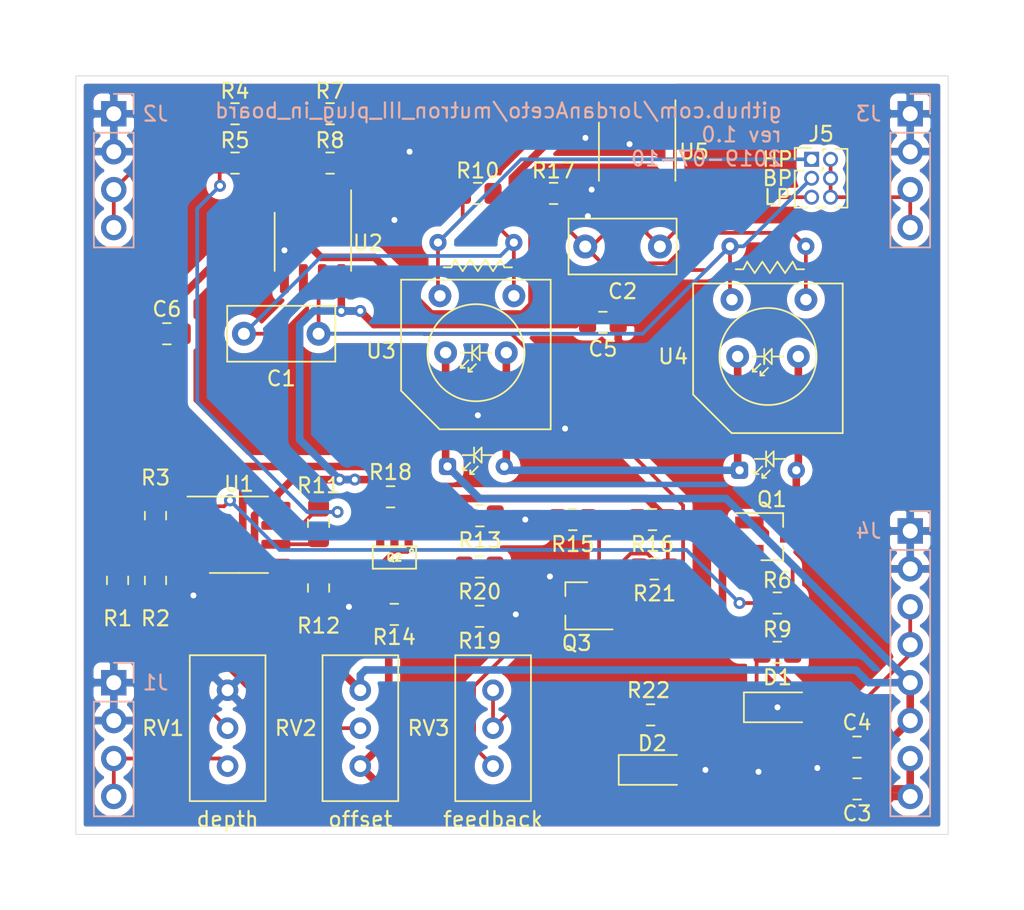
<source format=kicad_pcb>
(kicad_pcb (version 20171130) (host pcbnew 5.1.2-f72e74a~84~ubuntu18.04.1)
  (layers (0 F.Cu signal) (31 B.Cu signal) (34 B.Paste user) (35 F.Paste user) (36 B.SilkS user) (37 F.SilkS user) (38 B.Mask user) (39 F.Mask user) (44 Edge.Cuts user))
  (net 0 "")
  (net 1 "Net-(C1-Pad2)")
  (net 2 /band_pass)
  (net 3 "Net-(C2-Pad2)")
  (net 4 /low_pass)
  (net 5 GND)
  (net 6 +12V)
  (net 7 -12V)
  (net 8 "Net-(D1-Pad2)")
  (net 9 "Net-(D1-Pad1)")
  (net 10 "Net-(D2-Pad1)")
  (net 11 "Net-(J1-Pad3)")
  (net 12 "Net-(J2-Pad3)")
  (net 13 "Net-(J3-Pad3)")
  (net 14 "Net-(J4-Pad3)")
  (net 15 /high_pass)
  (net 16 /I_LED)
  (net 17 "Net-(Q2-Pad6)")
  (net 18 "Net-(Q2-Pad5)")
  (net 19 "Net-(Q2-Pad1)")
  (net 20 "Net-(Q2-Pad3)")
  (net 21 "Net-(Q2-Pad2)")
  (net 22 "Net-(Q3-Pad2)")
  (net 23 "Net-(Q3-Pad1)")
  (net 24 "Net-(R1-Pad2)")
  (net 25 "Net-(R1-Pad1)")
  (net 26 "Net-(R2-Pad2)")
  (net 27 "Net-(R3-Pad1)")
  (net 28 "Net-(R4-Pad1)")
  (net 29 "Net-(R11-Pad1)")
  (net 30 "Net-(R7-Pad2)")
  (net 31 "Net-(U3-Pad2)")
  (net 32 "Net-(U5-Pad1)")
  (module Potentiometer_THT:Potentiometer_Bourns_3296W_Vertical (layer F.Cu) (at 129.54 91.948 90)
    (fp_text reference RV3 (at -2.54 -4.318 180) (layer F.SilkS))
    (fp_text value 100k)
    (pad 3 thru_hole circle (at -5.08 0 90) (size 1.44 1.44) (drill 0.8) (layers *.Cu *.Mask) (net 23 "Net-(Q3-Pad1)"))
    (pad 2 thru_hole circle (at -2.54 0 90) (size 1.44 1.44) (drill 0.8) (layers *.Cu *.Mask) (net 10 "Net-(D2-Pad1)"))
    (pad 1 thru_hole circle (at 0 0 90) (size 1.44 1.44) (drill 0.8) (layers *.Cu *.Mask) (net 10 "Net-(D2-Pad1)"))
  )
  (module Potentiometer_THT:Potentiometer_Bourns_3296W_Vertical (layer F.Cu) (at 120.65 91.948 90)
    (fp_text reference RV2 (at -2.54 -4.318 180) (layer F.SilkS))
    (fp_text value 100k)
    (pad 3 thru_hole circle (at -5.08 0 90) (size 1.44 1.44) (drill 0.8) (layers *.Cu *.Mask) (net 6 +12V))
    (pad 2 thru_hole circle (at -2.54 0 90) (size 1.44 1.44) (drill 0.8) (layers *.Cu *.Mask) (net 26 "Net-(R2-Pad2)"))
    (pad 1 thru_hole circle (at 0 0 90) (size 1.44 1.44) (drill 0.8) (layers *.Cu *.Mask) (net 7 -12V))
  )
  (module Potentiometer_THT:Potentiometer_Bourns_3296W_Vertical (layer F.Cu) (at 111.76 91.948 90)
    (fp_text reference RV1 (at -2.54 -4.318 180) (layer F.SilkS))
    (fp_text value 10k)
    (pad 3 thru_hole circle (at -5.08 0 90) (size 1.44 1.44) (drill 0.8) (layers *.Cu *.Mask) (net 11 "Net-(J1-Pad3)"))
    (pad 2 thru_hole circle (at -2.54 0 90) (size 1.44 1.44) (drill 0.8) (layers *.Cu *.Mask) (net 24 "Net-(R1-Pad2)"))
    (pad 1 thru_hole circle (at 0 0 90) (size 1.44 1.44) (drill 0.8) (layers *.Cu *.Mask) (net 5 GND))
  )
  (module mutron_III_plug_in_board:vactrol_dual_footprint (layer F.Cu) (at 146.05 77.216 90)
    (fp_text reference U4 (at 7.62 -4.445 180) (layer F.SilkS))
    (fp_text value vactrol)
    (pad 4 thru_hole circle (at 11.43 4.445 90) (size 1.524 1.524) (drill 0.762) (layers *.Cu *.Mask) (net 3 "Net-(C2-Pad2)"))
    (pad 3 thru_hole circle (at 11.43 -0.508 90) (size 1.524 1.524) (drill 0.762) (layers *.Cu *.Mask) (net 2 /band_pass))
    (pad 2 thru_hole circle (at 7.62 3.937 90) (size 1.524 1.524) (drill 0.762) (layers *.Cu *.Mask) (net 16 /I_LED))
    (pad 1 thru_hole circle (at 7.62 -0.127 90) (size 1.524 1.524) (drill 0.762) (layers *.Cu *.Mask) (net 31 "Net-(U3-Pad2)"))
    (pad 2 thru_hole circle (at 0 3.8 90) (size 1.15 1.15) (drill 0.55) (layers *.Cu *.Mask) (net 16 /I_LED))
    (pad 4 thru_hole circle (at 15 4.44 90) (size 1.15 1.15) (drill 0.55) (layers *.Cu *.Mask) (net 3 "Net-(C2-Pad2)"))
    (pad 3 thru_hole circle (at 15 -0.64 90) (size 1.15 1.15) (drill 0.55) (layers *.Cu *.Mask) (net 2 /band_pass))
    (pad 1 thru_hole roundrect (at 0 0 90) (size 1.15 1.15) (drill 0.55) (layers *.Cu *.Mask) (net 31 "Net-(U3-Pad2)"))
  )
  (module mutron_III_plug_in_board:vactrol_dual_footprint (layer F.Cu) (at 126.492 76.962 90)
    (fp_text reference U3 (at 7.747 -4.445 180) (layer F.SilkS))
    (fp_text value vactrol)
    (pad 4 thru_hole circle (at 11.43 4.445 90) (size 1.524 1.524) (drill 0.762) (layers *.Cu *.Mask) (net 1 "Net-(C1-Pad2)"))
    (pad 3 thru_hole circle (at 11.43 -0.508 90) (size 1.524 1.524) (drill 0.762) (layers *.Cu *.Mask) (net 15 /high_pass))
    (pad 2 thru_hole circle (at 7.62 3.937 90) (size 1.524 1.524) (drill 0.762) (layers *.Cu *.Mask) (net 31 "Net-(U3-Pad2)"))
    (pad 1 thru_hole circle (at 7.62 -0.127 90) (size 1.524 1.524) (drill 0.762) (layers *.Cu *.Mask) (net 7 -12V))
    (pad 2 thru_hole circle (at 0 3.8 90) (size 1.15 1.15) (drill 0.55) (layers *.Cu *.Mask) (net 31 "Net-(U3-Pad2)"))
    (pad 4 thru_hole circle (at 15 4.44 90) (size 1.15 1.15) (drill 0.55) (layers *.Cu *.Mask) (net 1 "Net-(C1-Pad2)"))
    (pad 3 thru_hole circle (at 15 -0.64 90) (size 1.15 1.15) (drill 0.55) (layers *.Cu *.Mask) (net 15 /high_pass))
    (pad 1 thru_hole roundrect (at 0 0 90) (size 1.15 1.15) (drill 0.55) (layers *.Cu *.Mask) (net 7 -12V))
  )
  (module Package_TO_SOT_SMD:SOT-23_Handsoldering (layer F.Cu) (at 135.144 86.294 180)
    (fp_text reference Q3 (at 0 -2.5) (layer F.SilkS))
    (fp_text value BC847)
    (pad 3 smd rect (at 1.5 0 180) (size 1.9 0.8) (layers F.Cu F.Paste F.Mask) (net 5 GND))
    (pad 2 smd rect (at -1.5 0.95 180) (size 1.9 0.8) (layers F.Cu F.Paste F.Mask) (net 22 "Net-(Q3-Pad2)"))
    (pad 1 smd rect (at -1.5 -0.95 180) (size 1.9 0.8) (layers F.Cu F.Paste F.Mask) (net 23 "Net-(Q3-Pad1)"))
  )
  (module Package_TO_SOT_SMD:SOT-23_Handsoldering (layer F.Cu) (at 148.209 81.661)
    (fp_text reference Q1 (at 0 -2.5) (layer F.SilkS))
    (fp_text value BC857)
    (pad 3 smd rect (at 1.5 0) (size 1.9 0.8) (layers F.Cu F.Paste F.Mask) (net 16 /I_LED))
    (pad 2 smd rect (at -1.5 0.95) (size 1.9 0.8) (layers F.Cu F.Paste F.Mask) (net 9 "Net-(D1-Pad1)"))
    (pad 1 smd rect (at -1.5 -0.95) (size 1.9 0.8) (layers F.Cu F.Paste F.Mask) (net 8 "Net-(D1-Pad2)"))
  )
  (module Package_SO:SOIC-8_3.9x4.9mm_P1.27mm (layer F.Cu) (at 139.192 55.88 270)
    (fp_text reference U5 (at 0 -3.81 180) (layer F.SilkS))
    (fp_text value RC4558)
    (pad 8 smd roundrect (at 2.475 -1.905 270) (size 1.95 0.6) (layers F.Cu F.Paste F.Mask) (net 6 +12V))
    (pad 7 smd roundrect (at 2.475 -0.635 270) (size 1.95 0.6) (layers F.Cu F.Paste F.Mask) (net 4 /low_pass))
    (pad 6 smd roundrect (at 2.475 0.635 270) (size 1.95 0.6) (layers F.Cu F.Paste F.Mask) (net 3 "Net-(C2-Pad2)"))
    (pad 5 smd roundrect (at 2.475 1.905 270) (size 1.95 0.6) (layers F.Cu F.Paste F.Mask) (net 5 GND))
    (pad 4 smd roundrect (at -2.475 1.905 270) (size 1.95 0.6) (layers F.Cu F.Paste F.Mask) (net 7 -12V))
    (pad 3 smd roundrect (at -2.475 0.635 270) (size 1.95 0.6) (layers F.Cu F.Paste F.Mask) (net 5 GND))
    (pad 2 smd roundrect (at -2.475 -0.635 270) (size 1.95 0.6) (layers F.Cu F.Paste F.Mask) (net 32 "Net-(U5-Pad1)"))
    (pad 1 smd roundrect (at -2.475 -1.905 270) (size 1.95 0.6) (layers F.Cu F.Paste F.Mask) (net 32 "Net-(U5-Pad1)"))
  )
  (module Package_SO:SOIC-8_3.9x4.9mm_P1.27mm (layer F.Cu) (at 117.475 61.911 270)
    (fp_text reference U2 (at 0.065 -3.683 180) (layer F.SilkS))
    (fp_text value RC4558)
    (pad 8 smd roundrect (at 2.475 -1.905 270) (size 1.95 0.6) (layers F.Cu F.Paste F.Mask) (net 6 +12V))
    (pad 7 smd roundrect (at 2.475 -0.635 270) (size 1.95 0.6) (layers F.Cu F.Paste F.Mask) (net 2 /band_pass))
    (pad 6 smd roundrect (at 2.475 0.635 270) (size 1.95 0.6) (layers F.Cu F.Paste F.Mask) (net 1 "Net-(C1-Pad2)"))
    (pad 5 smd roundrect (at 2.475 1.905 270) (size 1.95 0.6) (layers F.Cu F.Paste F.Mask) (net 5 GND))
    (pad 4 smd roundrect (at -2.475 1.905 270) (size 1.95 0.6) (layers F.Cu F.Paste F.Mask) (net 7 -12V))
    (pad 3 smd roundrect (at -2.475 0.635 270) (size 1.95 0.6) (layers F.Cu F.Paste F.Mask) (net 28 "Net-(R4-Pad1)"))
    (pad 2 smd roundrect (at -2.475 -0.635 270) (size 1.95 0.6) (layers F.Cu F.Paste F.Mask) (net 30 "Net-(R7-Pad2)"))
    (pad 1 smd roundrect (at -2.475 -1.905 270) (size 1.95 0.6) (layers F.Cu F.Paste F.Mask) (net 15 /high_pass))
  )
  (module Package_SO:SOIC-8_3.9x4.9mm_P1.27mm (layer F.Cu) (at 112.522 81.534)
    (fp_text reference U1 (at 0 -3.4) (layer F.SilkS))
    (fp_text value TL072)
    (pad 8 smd roundrect (at 2.475 -1.905) (size 1.95 0.6) (layers F.Cu F.Paste F.Mask) (net 6 +12V))
    (pad 7 smd roundrect (at 2.475 -0.635) (size 1.95 0.6) (layers F.Cu F.Paste F.Mask) (net 29 "Net-(R11-Pad1)"))
    (pad 6 smd roundrect (at 2.475 0.635) (size 1.95 0.6) (layers F.Cu F.Paste F.Mask) (net 20 "Net-(Q2-Pad3)"))
    (pad 5 smd roundrect (at 2.475 1.905) (size 1.95 0.6) (layers F.Cu F.Paste F.Mask) (net 17 "Net-(Q2-Pad6)"))
    (pad 4 smd roundrect (at -2.475 1.905) (size 1.95 0.6) (layers F.Cu F.Paste F.Mask) (net 7 -12V))
    (pad 3 smd roundrect (at -2.475 0.635) (size 1.95 0.6) (layers F.Cu F.Paste F.Mask) (net 5 GND))
    (pad 2 smd roundrect (at -2.475 -0.635) (size 1.95 0.6) (layers F.Cu F.Paste F.Mask) (net 25 "Net-(R1-Pad1)"))
    (pad 1 smd roundrect (at -2.475 -1.905) (size 1.95 0.6) (layers F.Cu F.Paste F.Mask) (net 27 "Net-(R3-Pad1)"))
  )
  (module Resistor_SMD:R_0805_2012Metric_Pad1.15x1.40mm_HandSolder (layer F.Cu) (at 140.09 93.599 180)
    (fp_text reference R22 (at 0.136 1.651) (layer F.SilkS))
    (fp_text value 7k5)
    (pad 2 smd roundrect (at 1.025 0 180) (size 1.15 1.4) (layers F.Cu F.Paste F.Mask) (roundrect_rratio 0.217391) (net 10 "Net-(D2-Pad1)"))
    (pad 1 smd roundrect (at -1.025 0 180) (size 1.15 1.4) (layers F.Cu F.Paste F.Mask) (roundrect_rratio 0.217391) (net 14 "Net-(J4-Pad3)"))
  )
  (module Resistor_SMD:R_0805_2012Metric_Pad1.15x1.40mm_HandSolder (layer F.Cu) (at 140.344 83.82)
    (fp_text reference R21 (at 0.009 1.651) (layer F.SilkS))
    (fp_text value 220k)
    (pad 2 smd roundrect (at 1.025 0) (size 1.15 1.4) (layers F.Cu F.Paste F.Mask) (roundrect_rratio 0.217391) (net 7 -12V))
    (pad 1 smd roundrect (at -1.025 0) (size 1.15 1.4) (layers F.Cu F.Paste F.Mask) (roundrect_rratio 0.217391) (net 23 "Net-(Q3-Pad1)"))
  )
  (module Resistor_SMD:R_0805_2012Metric_Pad1.15x1.40mm_HandSolder (layer F.Cu) (at 128.642 83.693)
    (fp_text reference R20 (at 0 1.651) (layer F.SilkS))
    (fp_text value 100k)
    (pad 2 smd roundrect (at 1.025 0) (size 1.15 1.4) (layers F.Cu F.Paste F.Mask) (roundrect_rratio 0.217391) (net 2 /band_pass))
    (pad 1 smd roundrect (at -1.025 0) (size 1.15 1.4) (layers F.Cu F.Paste F.Mask) (roundrect_rratio 0.217391) (net 18 "Net-(Q2-Pad5)"))
  )
  (module Resistor_SMD:R_0805_2012Metric_Pad1.15x1.40mm_HandSolder (layer F.Cu) (at 128.642 86.995 180)
    (fp_text reference R19 (at 0 -1.65) (layer F.SilkS))
    (fp_text value 1k)
    (pad 2 smd roundrect (at 1.025 0 180) (size 1.15 1.4) (layers F.Cu F.Paste F.Mask) (roundrect_rratio 0.217391) (net 18 "Net-(Q2-Pad5)"))
    (pad 1 smd roundrect (at -1.025 0 180) (size 1.15 1.4) (layers F.Cu F.Paste F.Mask) (roundrect_rratio 0.217391) (net 5 GND))
  )
  (module Resistor_SMD:R_0805_2012Metric_Pad1.15x1.40mm_HandSolder (layer F.Cu) (at 122.673 78.994)
    (fp_text reference R18 (at 0 -1.65) (layer F.SilkS))
    (fp_text value 15k)
    (pad 2 smd roundrect (at 1.025 0) (size 1.15 1.4) (layers F.Cu F.Paste F.Mask) (roundrect_rratio 0.217391) (net 6 +12V))
    (pad 1 smd roundrect (at -1.025 0) (size 1.15 1.4) (layers F.Cu F.Paste F.Mask) (roundrect_rratio 0.217391) (net 20 "Net-(Q2-Pad3)"))
  )
  (module Resistor_SMD:R_0805_2012Metric_Pad1.15x1.40mm_HandSolder (layer F.Cu) (at 133.595 58.674 180)
    (fp_text reference R17 (at 0.009 1.524) (layer F.SilkS))
    (fp_text value 680k)
    (pad 2 smd roundrect (at 1.025 0 180) (size 1.15 1.4) (layers F.Cu F.Paste F.Mask) (roundrect_rratio 0.217391) (net 2 /band_pass))
    (pad 1 smd roundrect (at -1.025 0 180) (size 1.15 1.4) (layers F.Cu F.Paste F.Mask) (roundrect_rratio 0.217391) (net 3 "Net-(C2-Pad2)"))
  )
  (module Resistor_SMD:R_0805_2012Metric_Pad1.15x1.40mm_HandSolder (layer F.Cu) (at 140.217 80.518 180)
    (fp_text reference R16 (at 0 -1.65) (layer F.SilkS))
    (fp_text value 15k)
    (pad 2 smd roundrect (at 1.025 0 180) (size 1.15 1.4) (layers F.Cu F.Paste F.Mask) (roundrect_rratio 0.217391) (net 22 "Net-(Q3-Pad2)"))
    (pad 1 smd roundrect (at -1.025 0 180) (size 1.15 1.4) (layers F.Cu F.Paste F.Mask) (roundrect_rratio 0.217391) (net 7 -12V))
  )
  (module Resistor_SMD:R_0805_2012Metric_Pad1.15x1.40mm_HandSolder (layer F.Cu) (at 134.883 80.518 180)
    (fp_text reference R15 (at 0 -1.65) (layer F.SilkS))
    (fp_text value 33k)
    (pad 2 smd roundrect (at 1.025 0 180) (size 1.15 1.4) (layers F.Cu F.Paste F.Mask) (roundrect_rratio 0.217391) (net 19 "Net-(Q2-Pad1)"))
    (pad 1 smd roundrect (at -1.025 0 180) (size 1.15 1.4) (layers F.Cu F.Paste F.Mask) (roundrect_rratio 0.217391) (net 22 "Net-(Q3-Pad2)"))
  )
  (module Resistor_SMD:R_0805_2012Metric_Pad1.15x1.40mm_HandSolder (layer F.Cu) (at 122.927 86.868)
    (fp_text reference R14 (at -0.009 1.524) (layer F.SilkS))
    (fp_text value 15k)
    (pad 2 smd roundrect (at 1.025 0) (size 1.15 1.4) (layers F.Cu F.Paste F.Mask) (roundrect_rratio 0.217391) (net 6 +12V))
    (pad 1 smd roundrect (at -1.025 0) (size 1.15 1.4) (layers F.Cu F.Paste F.Mask) (roundrect_rratio 0.217391) (net 17 "Net-(Q2-Pad6)"))
  )
  (module Resistor_SMD:R_0805_2012Metric_Pad1.15x1.40mm_HandSolder (layer F.Cu) (at 128.66 80.264 180)
    (fp_text reference R13 (at 0 -1.65) (layer F.SilkS))
    (fp_text value 1k)
    (pad 2 smd roundrect (at 1.025 0 180) (size 1.15 1.4) (layers F.Cu F.Paste F.Mask) (roundrect_rratio 0.217391) (net 21 "Net-(Q2-Pad2)"))
    (pad 1 smd roundrect (at -1.025 0 180) (size 1.15 1.4) (layers F.Cu F.Paste F.Mask) (roundrect_rratio 0.217391) (net 5 GND))
  )
  (module Resistor_SMD:R_0805_2012Metric_Pad1.15x1.40mm_HandSolder (layer F.Cu) (at 117.856 85.099 90)
    (fp_text reference R12 (at -2.531 0 180) (layer F.SilkS))
    (fp_text value 100k)
    (pad 2 smd roundrect (at 1.025 0 90) (size 1.15 1.4) (layers F.Cu F.Paste F.Mask) (roundrect_rratio 0.217391) (net 17 "Net-(Q2-Pad6)"))
    (pad 1 smd roundrect (at -1.025 0 90) (size 1.15 1.4) (layers F.Cu F.Paste F.Mask) (roundrect_rratio 0.217391) (net 5 GND))
  )
  (module Resistor_SMD:R_0805_2012Metric_Pad1.15x1.40mm_HandSolder (layer F.Cu) (at 117.856 80.763 270)
    (fp_text reference R11 (at -2.531 0 180) (layer F.SilkS))
    (fp_text value 100k)
    (pad 2 smd roundrect (at 1.025 0 270) (size 1.15 1.4) (layers F.Cu F.Paste F.Mask) (roundrect_rratio 0.217391) (net 20 "Net-(Q2-Pad3)"))
    (pad 1 smd roundrect (at -1.025 0 270) (size 1.15 1.4) (layers F.Cu F.Paste F.Mask) (roundrect_rratio 0.217391) (net 29 "Net-(R11-Pad1)"))
  )
  (module Resistor_SMD:R_0805_2012Metric_Pad1.15x1.40mm_HandSolder (layer F.Cu) (at 128.515 58.674 180)
    (fp_text reference R10 (at 0 1.524) (layer F.SilkS))
    (fp_text value 680k)
    (pad 2 smd roundrect (at 1.025 0 180) (size 1.15 1.4) (layers F.Cu F.Paste F.Mask) (roundrect_rratio 0.217391) (net 15 /high_pass))
    (pad 1 smd roundrect (at -1.025 0 180) (size 1.15 1.4) (layers F.Cu F.Paste F.Mask) (roundrect_rratio 0.217391) (net 1 "Net-(C1-Pad2)"))
  )
  (module Resistor_SMD:R_0805_2012Metric_Pad1.15x1.40mm_HandSolder (layer F.Cu) (at 148.581 89.408 180)
    (fp_text reference R9 (at 0 1.524) (layer F.SilkS))
    (fp_text value 100)
    (pad 2 smd roundrect (at 1.025 0 180) (size 1.15 1.4) (layers F.Cu F.Paste F.Mask) (roundrect_rratio 0.217391) (net 9 "Net-(D1-Pad1)"))
    (pad 1 smd roundrect (at -1.025 0 180) (size 1.15 1.4) (layers F.Cu F.Paste F.Mask) (roundrect_rratio 0.217391) (net 5 GND))
  )
  (module Resistor_SMD:R_0805_2012Metric_Pad1.15x1.40mm_HandSolder (layer F.Cu) (at 118.627 56.642 180)
    (fp_text reference R8 (at 0.009 1.524) (layer F.SilkS))
    (fp_text value 22k)
    (pad 2 smd roundrect (at 1.025 0 180) (size 1.15 1.4) (layers F.Cu F.Paste F.Mask) (roundrect_rratio 0.217391) (net 30 "Net-(R7-Pad2)"))
    (pad 1 smd roundrect (at -1.025 0 180) (size 1.15 1.4) (layers F.Cu F.Paste F.Mask) (roundrect_rratio 0.217391) (net 15 /high_pass))
  )
  (module Resistor_SMD:R_0805_2012Metric_Pad1.15x1.40mm_HandSolder (layer F.Cu) (at 118.627 53.34 180)
    (fp_text reference R7 (at 0.009 1.524) (layer F.SilkS))
    (fp_text value 22k)
    (pad 2 smd roundrect (at 1.025 0 180) (size 1.15 1.4) (layers F.Cu F.Paste F.Mask) (roundrect_rratio 0.217391) (net 30 "Net-(R7-Pad2)"))
    (pad 1 smd roundrect (at -1.025 0 180) (size 1.15 1.4) (layers F.Cu F.Paste F.Mask) (roundrect_rratio 0.217391) (net 4 /low_pass))
  )
  (module Resistor_SMD:R_0805_2012Metric_Pad1.15x1.40mm_HandSolder (layer F.Cu) (at 148.581 86.106 180)
    (fp_text reference R6 (at 0.009 1.524) (layer F.SilkS))
    (fp_text value 10k)
    (pad 2 smd roundrect (at 1.025 0 180) (size 1.15 1.4) (layers F.Cu F.Paste F.Mask) (roundrect_rratio 0.217391) (net 27 "Net-(R3-Pad1)"))
    (pad 1 smd roundrect (at -1.025 0 180) (size 1.15 1.4) (layers F.Cu F.Paste F.Mask) (roundrect_rratio 0.217391) (net 8 "Net-(D1-Pad2)"))
  )
  (module Resistor_SMD:R_0805_2012Metric_Pad1.15x1.40mm_HandSolder (layer F.Cu) (at 112.259 56.642 180)
    (fp_text reference R5 (at 0 1.524) (layer F.SilkS))
    (fp_text value 10k)
    (pad 2 smd roundrect (at 1.025 0 180) (size 1.15 1.4) (layers F.Cu F.Paste F.Mask) (roundrect_rratio 0.217391) (net 29 "Net-(R11-Pad1)"))
    (pad 1 smd roundrect (at -1.025 0 180) (size 1.15 1.4) (layers F.Cu F.Paste F.Mask) (roundrect_rratio 0.217391) (net 28 "Net-(R4-Pad1)"))
  )
  (module Resistor_SMD:R_0805_2012Metric_Pad1.15x1.40mm_HandSolder (layer F.Cu) (at 112.259 53.34 180)
    (fp_text reference R4 (at 0.009 1.524) (layer F.SilkS))
    (fp_text value 10k)
    (pad 2 smd roundrect (at 1.025 0 180) (size 1.15 1.4) (layers F.Cu F.Paste F.Mask) (roundrect_rratio 0.217391) (net 12 "Net-(J2-Pad3)"))
    (pad 1 smd roundrect (at -1.025 0 180) (size 1.15 1.4) (layers F.Cu F.Paste F.Mask) (roundrect_rratio 0.217391) (net 28 "Net-(R4-Pad1)"))
  )
  (module Resistor_SMD:R_0805_2012Metric_Pad1.15x1.40mm_HandSolder (layer F.Cu) (at 106.934 80.255 270)
    (fp_text reference R3 (at -2.54 0 180) (layer F.SilkS))
    (fp_text value 100k)
    (pad 2 smd roundrect (at 1.025 0 270) (size 1.15 1.4) (layers F.Cu F.Paste F.Mask) (roundrect_rratio 0.217391) (net 25 "Net-(R1-Pad1)"))
    (pad 1 smd roundrect (at -1.025 0 270) (size 1.15 1.4) (layers F.Cu F.Paste F.Mask) (roundrect_rratio 0.217391) (net 27 "Net-(R3-Pad1)"))
  )
  (module Resistor_SMD:R_0805_2012Metric_Pad1.15x1.40mm_HandSolder (layer F.Cu) (at 106.934 84.591 270)
    (fp_text reference R2 (at 2.549 0 180) (layer F.SilkS))
    (fp_text value 1M)
    (pad 2 smd roundrect (at 1.025 0 270) (size 1.15 1.4) (layers F.Cu F.Paste F.Mask) (roundrect_rratio 0.217391) (net 26 "Net-(R2-Pad2)"))
    (pad 1 smd roundrect (at -1.025 0 270) (size 1.15 1.4) (layers F.Cu F.Paste F.Mask) (roundrect_rratio 0.217391) (net 25 "Net-(R1-Pad1)"))
  )
  (module Resistor_SMD:R_0805_2012Metric_Pad1.15x1.40mm_HandSolder (layer F.Cu) (at 104.394 84.591 270)
    (fp_text reference R1 (at 2.549 0 180) (layer F.SilkS))
    (fp_text value 68k)
    (pad 2 smd roundrect (at 1.025 0 270) (size 1.15 1.4) (layers F.Cu F.Paste F.Mask) (roundrect_rratio 0.217391) (net 24 "Net-(R1-Pad2)"))
    (pad 1 smd roundrect (at -1.025 0 270) (size 1.15 1.4) (layers F.Cu F.Paste F.Mask) (roundrect_rratio 0.217391) (net 25 "Net-(R1-Pad1)"))
  )
  (module mutron_III_plug_in_board:SOT457 (layer F.Cu) (at 122.936 83.058 180)
    (fp_text reference Q2 (at 0 0) (layer F.SilkS) (effects (font (size 0.508 0.508) (thickness 0.127))))
    (fp_text value BCM847 hide)
    (pad 6 smd rect (at -0.95 -1.45 180) (size 0.55 1.5) (layers F.Cu F.Paste F.Mask) (net 17 "Net-(Q2-Pad6)"))
    (pad 5 smd rect (at 0 -1.45 180) (size 0.55 1.5) (layers F.Cu F.Paste F.Mask) (net 18 "Net-(Q2-Pad5)"))
    (pad 4 smd rect (at 0.95 -1.45 180) (size 0.55 1.5) (layers F.Cu F.Paste F.Mask) (net 19 "Net-(Q2-Pad1)"))
    (pad 3 smd rect (at 0.95 1.45 180) (size 0.55 1.5) (layers F.Cu F.Paste F.Mask) (net 20 "Net-(Q2-Pad3)"))
    (pad 2 smd rect (at 0 1.45 180) (size 0.55 1.5) (layers F.Cu F.Paste F.Mask) (net 21 "Net-(Q2-Pad2)"))
    (pad 1 smd rect (at -0.95 1.45 180) (size 0.55 1.5) (layers F.Cu F.Paste F.Mask) (net 19 "Net-(Q2-Pad1)"))
  )
  (module Connector_PinHeader_1.27mm:PinHeader_2x03_P1.27mm_Vertical (layer F.Cu) (at 150.876 56.388)
    (fp_text reference J5 (at 0.635 -1.695) (layer F.SilkS))
    (fp_text value HP-BP-LP)
    (pad 6 thru_hole oval (at 1.27 2.54) (size 1 1) (drill 0.65) (layers *.Cu *.Mask) (net 13 "Net-(J3-Pad3)"))
    (pad 5 thru_hole oval (at 0 2.54) (size 1 1) (drill 0.65) (layers *.Cu *.Mask) (net 4 /low_pass))
    (pad 4 thru_hole oval (at 1.27 1.27) (size 1 1) (drill 0.65) (layers *.Cu *.Mask) (net 13 "Net-(J3-Pad3)"))
    (pad 3 thru_hole oval (at 0 1.27) (size 1 1) (drill 0.65) (layers *.Cu *.Mask) (net 2 /band_pass))
    (pad 2 thru_hole oval (at 1.27 0) (size 1 1) (drill 0.65) (layers *.Cu *.Mask) (net 13 "Net-(J3-Pad3)"))
    (pad 1 thru_hole rect (at 0 0) (size 1 1) (drill 0.65) (layers *.Cu *.Mask) (net 15 /high_pass))
  )
  (module Connector_PinHeader_2.54mm:PinHeader_1x08_P2.54mm_Vertical (layer B.Cu) (at 157.48 81.28 180)
    (fp_text reference J4 (at 2.794 0) (layer B.SilkS) (effects (justify mirror)))
    (fp_text value Conn_01x08_Male)
    (pad 8 thru_hole oval (at 0 -17.78 180) (size 1.7 1.7) (drill 1) (layers *.Cu *.Mask) (net 6 +12V))
    (pad 7 thru_hole oval (at 0 -15.24 180) (size 1.7 1.7) (drill 1) (layers *.Cu *.Mask) (net 6 +12V))
    (pad 6 thru_hole oval (at 0 -12.7 180) (size 1.7 1.7) (drill 1) (layers *.Cu *.Mask) (net 7 -12V))
    (pad 5 thru_hole oval (at 0 -10.16 180) (size 1.7 1.7) (drill 1) (layers *.Cu *.Mask) (net 7 -12V))
    (pad 4 thru_hole oval (at 0 -7.62 180) (size 1.7 1.7) (drill 1) (layers *.Cu *.Mask) (net 14 "Net-(J4-Pad3)"))
    (pad 3 thru_hole oval (at 0 -5.08 180) (size 1.7 1.7) (drill 1) (layers *.Cu *.Mask) (net 14 "Net-(J4-Pad3)"))
    (pad 2 thru_hole oval (at 0 -2.54 180) (size 1.7 1.7) (drill 1) (layers *.Cu *.Mask) (net 5 GND))
    (pad 1 thru_hole rect (at 0 0 180) (size 1.7 1.7) (drill 1) (layers *.Cu *.Mask) (net 5 GND))
  )
  (module Connector_PinHeader_2.54mm:PinHeader_1x04_P2.54mm_Vertical (layer B.Cu) (at 157.48 53.34 180)
    (fp_text reference J3 (at 2.794 0) (layer B.SilkS) (effects (justify mirror)))
    (fp_text value Conn_01x04_Male)
    (pad 4 thru_hole oval (at 0 -7.62 180) (size 1.7 1.7) (drill 1) (layers *.Cu *.Mask) (net 13 "Net-(J3-Pad3)"))
    (pad 3 thru_hole oval (at 0 -5.08 180) (size 1.7 1.7) (drill 1) (layers *.Cu *.Mask) (net 13 "Net-(J3-Pad3)"))
    (pad 2 thru_hole oval (at 0 -2.54 180) (size 1.7 1.7) (drill 1) (layers *.Cu *.Mask) (net 5 GND))
    (pad 1 thru_hole rect (at 0 0 180) (size 1.7 1.7) (drill 1) (layers *.Cu *.Mask) (net 5 GND))
  )
  (module Connector_PinHeader_2.54mm:PinHeader_1x04_P2.54mm_Vertical (layer B.Cu) (at 104.14 53.34 180)
    (fp_text reference J2 (at -2.794 0) (layer B.SilkS) (effects (justify mirror)))
    (fp_text value Conn_01x04_Male)
    (pad 4 thru_hole oval (at 0 -7.62 180) (size 1.7 1.7) (drill 1) (layers *.Cu *.Mask) (net 12 "Net-(J2-Pad3)"))
    (pad 3 thru_hole oval (at 0 -5.08 180) (size 1.7 1.7) (drill 1) (layers *.Cu *.Mask) (net 12 "Net-(J2-Pad3)"))
    (pad 2 thru_hole oval (at 0 -2.54 180) (size 1.7 1.7) (drill 1) (layers *.Cu *.Mask) (net 5 GND))
    (pad 1 thru_hole rect (at 0 0 180) (size 1.7 1.7) (drill 1) (layers *.Cu *.Mask) (net 5 GND))
  )
  (module Connector_PinHeader_2.54mm:PinHeader_1x04_P2.54mm_Vertical (layer B.Cu) (at 104.14 91.44 180)
    (fp_text reference J1 (at -2.794 0) (layer B.SilkS) (effects (justify mirror)))
    (fp_text value Conn_01x04_Male)
    (pad 4 thru_hole oval (at 0 -7.62 180) (size 1.7 1.7) (drill 1) (layers *.Cu *.Mask) (net 11 "Net-(J1-Pad3)"))
    (pad 3 thru_hole oval (at 0 -5.08 180) (size 1.7 1.7) (drill 1) (layers *.Cu *.Mask) (net 11 "Net-(J1-Pad3)"))
    (pad 2 thru_hole oval (at 0 -2.54 180) (size 1.7 1.7) (drill 1) (layers *.Cu *.Mask) (net 5 GND))
    (pad 1 thru_hole rect (at 0 0 180) (size 1.7 1.7) (drill 1) (layers *.Cu *.Mask) (net 5 GND))
  )
  (module Diode_SMD:D_SOD-123 (layer F.Cu) (at 140.208 97.282)
    (fp_text reference D2 (at 0.001 -1.778) (layer F.SilkS))
    (fp_text value 1N5225B)
    (pad 2 smd rect (at 1.65 0) (size 0.9 1.2) (layers F.Cu F.Paste F.Mask) (net 5 GND))
    (pad 1 smd rect (at -1.65 0) (size 0.9 1.2) (layers F.Cu F.Paste F.Mask) (net 10 "Net-(D2-Pad1)"))
  )
  (module Diode_SMD:D_SOD-123 (layer F.Cu) (at 148.591 93.091)
    (fp_text reference D1 (at 0 -2) (layer F.SilkS))
    (fp_text value 1N914)
    (pad 2 smd rect (at 1.65 0) (size 0.9 1.2) (layers F.Cu F.Paste F.Mask) (net 8 "Net-(D1-Pad2)"))
    (pad 1 smd rect (at -1.65 0) (size 0.9 1.2) (layers F.Cu F.Paste F.Mask) (net 9 "Net-(D1-Pad1)"))
  )
  (module Capacitor_SMD:C_0805_2012Metric_Pad1.15x1.40mm_HandSolder (layer F.Cu) (at 107.696 68.072)
    (fp_text reference C6 (at 0 -1.65) (layer F.SilkS))
    (fp_text value 100nF)
    (pad 2 smd roundrect (at 1.025 0) (size 1.15 1.4) (layers F.Cu F.Paste F.Mask) (roundrect_rratio 0.217391) (net 7 -12V))
    (pad 1 smd roundrect (at -1.025 0) (size 1.15 1.4) (layers F.Cu F.Paste F.Mask) (roundrect_rratio 0.217391) (net 5 GND))
  )
  (module Capacitor_SMD:C_0805_2012Metric_Pad1.15x1.40mm_HandSolder (layer F.Cu) (at 136.897 67.31)
    (fp_text reference C5 (at 0 1.778) (layer F.SilkS))
    (fp_text value 100nF)
    (pad 2 smd roundrect (at 1.025 0) (size 1.15 1.4) (layers F.Cu F.Paste F.Mask) (roundrect_rratio 0.217391) (net 5 GND))
    (pad 1 smd roundrect (at -1.025 0) (size 1.15 1.4) (layers F.Cu F.Paste F.Mask) (roundrect_rratio 0.217391) (net 6 +12V))
  )
  (module Capacitor_SMD:C_0805_2012Metric_Pad1.15x1.40mm_HandSolder (layer F.Cu) (at 153.915 95.758)
    (fp_text reference C4 (at 0 -1.65) (layer F.SilkS))
    (fp_text value 100nF)
    (pad 2 smd roundrect (at 1.025 0) (size 1.15 1.4) (layers F.Cu F.Paste F.Mask) (roundrect_rratio 0.217391) (net 7 -12V))
    (pad 1 smd roundrect (at -1.025 0) (size 1.15 1.4) (layers F.Cu F.Paste F.Mask) (roundrect_rratio 0.217391) (net 5 GND))
  )
  (module Capacitor_SMD:C_0805_2012Metric_Pad1.15x1.40mm_HandSolder (layer F.Cu) (at 153.924 98.552 180)
    (fp_text reference C3 (at 0 -1.65) (layer F.SilkS))
    (fp_text value 100nF)
    (pad 2 smd roundrect (at 1.025 0 180) (size 1.15 1.4) (layers F.Cu F.Paste F.Mask) (roundrect_rratio 0.217391) (net 5 GND))
    (pad 1 smd roundrect (at -1.025 0 180) (size 1.15 1.4) (layers F.Cu F.Paste F.Mask) (roundrect_rratio 0.217391) (net 6 +12V))
  )
  (module Capacitor_THT:C_Rect_L7.0mm_W3.5mm_P5.00mm (layer F.Cu) (at 140.716 62.23 180)
    (fp_text reference C2 (at 2.5 -3) (layer F.SilkS))
    (fp_text value 47nF)
    (pad 2 thru_hole circle (at 5 0 180) (size 1.6 1.6) (drill 0.8) (layers *.Cu *.Mask) (net 3 "Net-(C2-Pad2)"))
    (pad 1 thru_hole circle (at 0 0 180) (size 1.6 1.6) (drill 0.8) (layers *.Cu *.Mask) (net 4 /low_pass))
  )
  (module Capacitor_THT:C_Rect_L7.0mm_W3.5mm_P5.00mm (layer F.Cu) (at 117.856 68.072 180)
    (fp_text reference C1 (at 2.5 -3) (layer F.SilkS))
    (fp_text value 47nF)
    (pad 2 thru_hole circle (at 5 0 180) (size 1.6 1.6) (drill 0.8) (layers *.Cu *.Mask) (net 1 "Net-(C1-Pad2)"))
    (pad 1 thru_hole circle (at 0 0 180) (size 1.6 1.6) (drill 0.8) (layers *.Cu *.Mask) (net 2 /band_pass))
  )
  (gr_text "github.com/JordanAceto/mutron_III_plug_in_board\nrev 1.0\n2019-07-10" (at 148.971 54.737) (layer B.SilkS) (effects (font (size 1 1)) (justify left mirror)))
  (gr_line (start 128.651 69.342) (end 128.651 68.834) (layer F.SilkS) (width 0.12))
  (gr_line (start 128.651 69.85) (end 128.651 69.342) (layer F.SilkS) (width 0.12))
  (gr_line (start 128.143 69.85) (end 128.143 69.342) (layer F.SilkS) (width 0.12))
  (gr_line (start 127.889 69.85) (end 127.381 70.358) (layer F.SilkS) (width 0.12))
  (gr_line (start 127.889 70.612) (end 128.143 70.612) (layer F.SilkS) (width 0.12))
  (gr_line (start 128.143 68.834) (end 128.143 69.85) (layer F.SilkS) (width 0.12))
  (gr_line (start 128.397 70.104) (end 127.889 70.612) (layer F.SilkS) (width 0.12))
  (gr_line (start 128.143 69.342) (end 128.651 69.85) (layer F.SilkS) (width 0.12))
  (gr_line (start 127.889 70.612) (end 127.889 70.358) (layer F.SilkS) (width 0.12))
  (gr_line (start 128.651 68.834) (end 128.143 69.342) (layer F.SilkS) (width 0.12))
  (gr_line (start 127.381 70.104) (end 127.381 70.358) (layer F.SilkS) (width 0.12))
  (gr_line (start 127.381 70.358) (end 127.381 70.104) (layer F.SilkS) (width 0.12))
  (gr_line (start 128.143 69.342) (end 127.381 69.342) (layer F.SilkS) (width 0.12))
  (gr_line (start 129.413 69.342) (end 128.651 69.342) (layer F.SilkS) (width 0.12))
  (gr_line (start 127.381 70.358) (end 127.635 70.358) (layer F.SilkS) (width 0.12))
  (gr_line (start 127.889 70.358) (end 127.889 70.612) (layer F.SilkS) (width 0.12))
  (gr_line (start 148.209 69.596) (end 148.209 69.088) (layer F.SilkS) (width 0.12))
  (gr_line (start 148.209 70.104) (end 148.209 69.596) (layer F.SilkS) (width 0.12))
  (gr_line (start 147.701 70.104) (end 147.701 69.596) (layer F.SilkS) (width 0.12))
  (gr_line (start 147.447 70.104) (end 146.939 70.612) (layer F.SilkS) (width 0.12))
  (gr_line (start 147.447 70.866) (end 147.701 70.866) (layer F.SilkS) (width 0.12))
  (gr_line (start 147.701 69.088) (end 147.701 70.104) (layer F.SilkS) (width 0.12))
  (gr_line (start 147.955 70.358) (end 147.447 70.866) (layer F.SilkS) (width 0.12))
  (gr_line (start 147.701 69.596) (end 148.209 70.104) (layer F.SilkS) (width 0.12))
  (gr_line (start 147.447 70.866) (end 147.447 70.612) (layer F.SilkS) (width 0.12))
  (gr_line (start 148.209 69.088) (end 147.701 69.596) (layer F.SilkS) (width 0.12))
  (gr_line (start 146.939 70.358) (end 146.939 70.612) (layer F.SilkS) (width 0.12))
  (gr_line (start 146.939 70.612) (end 146.939 70.358) (layer F.SilkS) (width 0.12))
  (gr_line (start 147.701 69.596) (end 146.939 69.596) (layer F.SilkS) (width 0.12))
  (gr_line (start 148.971 69.596) (end 148.209 69.596) (layer F.SilkS) (width 0.12))
  (gr_line (start 146.939 70.612) (end 147.193 70.612) (layer F.SilkS) (width 0.12))
  (gr_line (start 147.447 70.612) (end 147.447 70.866) (layer F.SilkS) (width 0.12))
  (gr_line (start 146.558 63.246) (end 147.066 64.008) (layer F.SilkS) (width 0.12))
  (gr_line (start 147.066 64.008) (end 147.574 63.246) (layer F.SilkS) (width 0.12))
  (gr_line (start 148.59 63.246) (end 149.098 64.008) (layer F.SilkS) (width 0.12))
  (gr_line (start 146.558 63.246) (end 146.304 63.754) (layer F.SilkS) (width 0.12))
  (gr_line (start 146.304 63.754) (end 146.05 63.754) (layer F.SilkS) (width 0.12))
  (gr_line (start 149.098 64.008) (end 149.606 63.246) (layer F.SilkS) (width 0.12))
  (gr_line (start 149.86 63.754) (end 150.368 63.754) (layer F.SilkS) (width 0.12))
  (gr_line (start 146.05 63.754) (end 145.796 63.754) (layer F.SilkS) (width 0.12))
  (gr_line (start 147.574 63.246) (end 148.082 64.008) (layer F.SilkS) (width 0.12))
  (gr_line (start 149.606 63.246) (end 149.86 63.754) (layer F.SilkS) (width 0.12))
  (gr_line (start 148.082 64.008) (end 148.59 63.246) (layer F.SilkS) (width 0.12))
  (gr_line (start 126.492 63.627) (end 126.238 63.627) (layer F.SilkS) (width 0.12))
  (gr_line (start 126.746 63.627) (end 126.492 63.627) (layer F.SilkS) (width 0.12))
  (gr_line (start 127 63.119) (end 126.746 63.627) (layer F.SilkS) (width 0.12))
  (gr_line (start 130.302 63.627) (end 130.81 63.627) (layer F.SilkS) (width 0.12))
  (gr_line (start 130.048 63.119) (end 130.302 63.627) (layer F.SilkS) (width 0.12))
  (gr_line (start 129.54 63.881) (end 130.048 63.119) (layer F.SilkS) (width 0.12))
  (gr_line (start 129.032 63.119) (end 129.54 63.881) (layer F.SilkS) (width 0.12))
  (gr_line (start 128.524 63.881) (end 129.032 63.119) (layer F.SilkS) (width 0.12))
  (gr_line (start 128.016 63.119) (end 128.524 63.881) (layer F.SilkS) (width 0.12))
  (gr_line (start 127.508 63.881) (end 128.016 63.119) (layer F.SilkS) (width 0.12))
  (gr_line (start 127 63.119) (end 127.508 63.881) (layer F.SilkS) (width 0.12))
  (gr_line (start 148.336 76.454) (end 148.336 75.946) (layer F.SilkS) (width 0.12))
  (gr_line (start 148.336 76.962) (end 148.336 76.454) (layer F.SilkS) (width 0.12))
  (gr_line (start 147.828 76.962) (end 147.828 76.454) (layer F.SilkS) (width 0.12))
  (gr_line (start 147.574 76.962) (end 147.066 77.47) (layer F.SilkS) (width 0.12))
  (gr_line (start 147.574 77.724) (end 147.828 77.724) (layer F.SilkS) (width 0.12))
  (gr_line (start 147.828 75.946) (end 147.828 76.962) (layer F.SilkS) (width 0.12))
  (gr_line (start 148.082 77.216) (end 147.574 77.724) (layer F.SilkS) (width 0.12))
  (gr_line (start 147.828 76.454) (end 148.336 76.962) (layer F.SilkS) (width 0.12))
  (gr_line (start 147.574 77.724) (end 147.574 77.47) (layer F.SilkS) (width 0.12))
  (gr_line (start 148.336 75.946) (end 147.828 76.454) (layer F.SilkS) (width 0.12))
  (gr_line (start 147.066 77.216) (end 147.066 77.47) (layer F.SilkS) (width 0.12))
  (gr_line (start 147.066 77.47) (end 147.066 77.216) (layer F.SilkS) (width 0.12))
  (gr_line (start 147.828 76.454) (end 147.066 76.454) (layer F.SilkS) (width 0.12))
  (gr_line (start 149.098 76.454) (end 148.336 76.454) (layer F.SilkS) (width 0.12))
  (gr_line (start 147.066 77.47) (end 147.32 77.47) (layer F.SilkS) (width 0.12))
  (gr_line (start 147.574 77.47) (end 147.574 77.724) (layer F.SilkS) (width 0.12))
  (gr_line (start 128.016 77.47) (end 128.27 77.47) (layer F.SilkS) (width 0.12))
  (gr_line (start 128.016 77.216) (end 128.016 77.47) (layer F.SilkS) (width 0.12))
  (gr_line (start 128.016 77.47) (end 128.016 77.216) (layer F.SilkS) (width 0.12))
  (gr_line (start 128.524 76.962) (end 128.016 77.47) (layer F.SilkS) (width 0.12))
  (gr_line (start 127.508 77.216) (end 127.762 77.216) (layer F.SilkS) (width 0.12))
  (gr_line (start 127.508 76.962) (end 127.508 77.216) (layer F.SilkS) (width 0.12))
  (gr_line (start 127.508 77.216) (end 127.508 76.962) (layer F.SilkS) (width 0.12))
  (gr_line (start 128.016 76.708) (end 127.508 77.216) (layer F.SilkS) (width 0.12))
  (gr_line (start 128.27 76.2) (end 127.508 76.2) (layer F.SilkS) (width 0.12))
  (gr_line (start 128.27 76.708) (end 128.27 76.2) (layer F.SilkS) (width 0.12))
  (gr_line (start 128.27 75.692) (end 128.27 76.708) (layer F.SilkS) (width 0.12))
  (gr_line (start 128.778 76.708) (end 128.778 76.2) (layer F.SilkS) (width 0.12))
  (gr_line (start 128.27 76.2) (end 128.778 76.708) (layer F.SilkS) (width 0.12))
  (gr_line (start 128.778 75.692) (end 128.27 76.2) (layer F.SilkS) (width 0.12))
  (gr_line (start 128.778 76.2) (end 128.778 75.692) (layer F.SilkS) (width 0.12))
  (gr_line (start 129.54 76.2) (end 128.778 76.2) (layer F.SilkS) (width 0.12))
  (gr_text LP (at 148.59 58.928) (layer F.SilkS) (effects (font (size 1 1))))
  (gr_text BP (at 148.59 57.658) (layer F.SilkS) (effects (font (size 1 1))))
  (gr_text HP (at 148.59 56.388) (layer F.SilkS) (effects (font (size 1 1))))
  (gr_text feedback (at 129.54 100.584) (layer F.SilkS) (effects (font (size 1 1))))
  (gr_text offset (at 120.65 100.584) (layer F.SilkS) (effects (font (size 1 1))))
  (gr_text depth (at 111.76 100.584) (layer F.SilkS) (effects (font (size 1 1))))
  (gr_line (start 101.6 50.8) (end 101.6 101.6) (layer Edge.Cuts) (width 0.05))
  (gr_line (start 101.6 101.6) (end 160.02 101.6) (layer Edge.Cuts) (width 0.05))
  (gr_line (start 160.02 50.8) (end 160.02 101.6) (layer Edge.Cuts) (width 0.05))
  (gr_line (start 101.6 50.8) (end 160.02 50.8) (layer Edge.Cuts) (width 0.05))
  (segment (start 129.54 60.57) (end 130.932 61.962) (width 0.25) (layer F.Cu) (net 1))
  (segment (start 129.54 58.674) (end 129.54 60.57) (width 0.25) (layer F.Cu) (net 1))
  (segment (start 113.655999 67.272001) (end 112.856 68.072) (width 0.25) (layer B.Cu) (net 1))
  (segment (start 118.065999 62.862001) (end 113.655999 67.272001) (width 0.25) (layer B.Cu) (net 1))
  (segment (start 130.031999 62.862001) (end 118.065999 62.862001) (width 0.25) (layer B.Cu) (net 1))
  (segment (start 130.932 61.962) (end 130.031999 62.862001) (width 0.25) (layer B.Cu) (net 1))
  (segment (start 130.932 65.527) (end 130.937 65.532) (width 0.25) (layer F.Cu) (net 1))
  (segment (start 130.932 61.962) (end 130.932 65.527) (width 0.25) (layer F.Cu) (net 1))
  (segment (start 116.84 65.532) (end 116.84 64.386) (width 0.25) (layer F.Cu) (net 1))
  (segment (start 112.856 68.072) (end 114.3 68.072) (width 0.25) (layer F.Cu) (net 1))
  (segment (start 114.3 68.072) (end 116.84 65.532) (width 0.25) (layer F.Cu) (net 1))
  (segment (start 117.856 64.64) (end 118.11 64.386) (width 0.25) (layer F.Cu) (net 2))
  (segment (start 117.856 68.072) (end 117.856 64.64) (width 0.25) (layer F.Cu) (net 2))
  (segment (start 146.318 62.216) (end 150.876 57.658) (width 0.25) (layer B.Cu) (net 2))
  (segment (start 145.41 62.216) (end 146.318 62.216) (width 0.25) (layer B.Cu) (net 2))
  (segment (start 145.41 62.216) (end 143.820988 63.805012) (width 0.25) (layer F.Cu) (net 2))
  (segment (start 143.820988 63.805012) (end 134.71901 63.805012) (width 0.25) (layer F.Cu) (net 2))
  (segment (start 132.57 59.474) (end 132.57 58.674) (width 0.25) (layer F.Cu) (net 2))
  (segment (start 133.604 60.508) (end 132.57 59.474) (width 0.25) (layer F.Cu) (net 2))
  (segment (start 133.604 63.754) (end 133.604 60.508) (width 0.25) (layer F.Cu) (net 2))
  (segment (start 134.71901 63.805012) (end 133.655012 63.805012) (width 0.25) (layer F.Cu) (net 2))
  (segment (start 133.655012 63.805012) (end 133.604 63.754) (width 0.25) (layer F.Cu) (net 2))
  (segment (start 139.554 68.072) (end 145.41 62.216) (width 0.25) (layer B.Cu) (net 2))
  (segment (start 117.856 68.072) (end 139.554 68.072) (width 0.25) (layer B.Cu) (net 2))
  (segment (start 145.41 65.654) (end 145.542 65.786) (width 0.25) (layer F.Cu) (net 2))
  (segment (start 145.41 62.216) (end 145.41 65.654) (width 0.25) (layer F.Cu) (net 2))
  (segment (start 118.98737 68.072) (end 117.856 68.072) (width 0.25) (layer F.Cu) (net 2))
  (segment (start 124.921216 68.089021) (end 124.904195 68.072) (width 0.25) (layer F.Cu) (net 2))
  (segment (start 142.26901 79.573248) (end 130.784783 68.089021) (width 0.25) (layer F.Cu) (net 2))
  (segment (start 132.08 86.665002) (end 132.433999 87.019001) (width 0.25) (layer F.Cu) (net 2))
  (segment (start 135.804001 86.069001) (end 137.854001 86.069001) (width 0.25) (layer F.Cu) (net 2))
  (segment (start 124.904195 68.072) (end 118.98737 68.072) (width 0.25) (layer F.Cu) (net 2))
  (segment (start 134.854001 87.019001) (end 135.804001 86.069001) (width 0.25) (layer F.Cu) (net 2))
  (segment (start 129.667 83.693) (end 132.08 86.106) (width 0.25) (layer F.Cu) (net 2))
  (segment (start 132.08 86.106) (end 132.08 86.665002) (width 0.25) (layer F.Cu) (net 2))
  (segment (start 141.93218 84.84501) (end 142.26901 84.50818) (width 0.25) (layer F.Cu) (net 2))
  (segment (start 132.433999 87.019001) (end 134.854001 87.019001) (width 0.25) (layer F.Cu) (net 2))
  (segment (start 137.854001 86.069001) (end 138.176 85.747002) (width 0.25) (layer F.Cu) (net 2))
  (segment (start 138.176 83.37481) (end 138.75582 82.79499) (width 0.25) (layer F.Cu) (net 2))
  (segment (start 138.75582 82.79499) (end 139.88218 82.79499) (width 0.25) (layer F.Cu) (net 2))
  (segment (start 139.88218 82.79499) (end 140.46899 83.3818) (width 0.25) (layer F.Cu) (net 2))
  (segment (start 140.46899 83.3818) (end 140.46899 84.50818) (width 0.25) (layer F.Cu) (net 2))
  (segment (start 138.176 85.747002) (end 138.176 83.37481) (width 0.25) (layer F.Cu) (net 2))
  (segment (start 140.46899 84.50818) (end 140.80582 84.84501) (width 0.25) (layer F.Cu) (net 2))
  (segment (start 130.784783 68.089021) (end 124.921216 68.089021) (width 0.25) (layer F.Cu) (net 2))
  (segment (start 140.80582 84.84501) (end 141.93218 84.84501) (width 0.25) (layer F.Cu) (net 2))
  (segment (start 142.26901 84.50818) (end 142.26901 79.573248) (width 0.25) (layer F.Cu) (net 2))
  (segment (start 134.62 61.134) (end 135.716 62.23) (width 0.25) (layer F.Cu) (net 3))
  (segment (start 134.62 58.674) (end 134.62 61.134) (width 0.25) (layer F.Cu) (net 3))
  (segment (start 136.515999 63.029999) (end 135.716 62.23) (width 0.25) (layer F.Cu) (net 3))
  (segment (start 136.841001 63.355001) (end 136.515999 63.029999) (width 0.25) (layer F.Cu) (net 3))
  (segment (start 141.256001 63.355001) (end 136.841001 63.355001) (width 0.25) (layer F.Cu) (net 3))
  (segment (start 143.295003 61.315999) (end 141.256001 63.355001) (width 0.25) (layer F.Cu) (net 3))
  (segment (start 150.49 62.216) (end 149.589999 61.315999) (width 0.25) (layer F.Cu) (net 3))
  (segment (start 149.589999 61.315999) (end 143.295003 61.315999) (width 0.25) (layer F.Cu) (net 3))
  (segment (start 138.43 59.944) (end 136.144 62.23) (width 0.25) (layer F.Cu) (net 3))
  (segment (start 138.557 58.355) (end 138.43 58.482) (width 0.25) (layer F.Cu) (net 3))
  (segment (start 136.144 62.23) (end 135.716 62.23) (width 0.25) (layer F.Cu) (net 3))
  (segment (start 138.43 58.482) (end 138.43 59.944) (width 0.25) (layer F.Cu) (net 3))
  (segment (start 150.49 65.781) (end 150.495 65.786) (width 0.25) (layer F.Cu) (net 3))
  (segment (start 150.49 62.216) (end 150.49 65.781) (width 0.25) (layer F.Cu) (net 3))
  (segment (start 139.827 61.341) (end 139.827 58.355) (width 0.25) (layer F.Cu) (net 4))
  (segment (start 140.716 62.23) (end 139.827 61.341) (width 0.25) (layer F.Cu) (net 4))
  (segment (start 144.018 58.928) (end 150.876 58.928) (width 0.25) (layer F.Cu) (net 4))
  (segment (start 140.716 62.23) (end 144.018 58.928) (width 0.25) (layer F.Cu) (net 4))
  (segment (start 119.85301 52.10499) (end 119.652 52.306) (width 0.25) (layer F.Cu) (net 4))
  (segment (start 139.827 59.817) (end 141.281768 59.817) (width 0.25) (layer F.Cu) (net 4))
  (segment (start 141.281768 59.817) (end 141.72201 59.376758) (width 0.25) (layer F.Cu) (net 4))
  (segment (start 119.652 52.306) (end 119.652 53.34) (width 0.25) (layer F.Cu) (net 4))
  (segment (start 139.827 58.355) (end 139.827 59.817) (width 0.25) (layer F.Cu) (net 4))
  (segment (start 141.72201 59.376758) (end 141.72201 52.383242) (width 0.25) (layer F.Cu) (net 4))
  (segment (start 141.72201 52.383242) (end 141.443758 52.10499) (width 0.25) (layer F.Cu) (net 4))
  (segment (start 141.443758 52.10499) (end 119.85301 52.10499) (width 0.25) (layer F.Cu) (net 4))
  (via (at 109.474 85.598) (size 0.8) (drill 0.4) (layers F.Cu B.Cu) (net 5))
  (via (at 119.888 86.36) (size 0.8) (drill 0.4) (layers F.Cu B.Cu) (net 5))
  (via (at 138.684 55.372) (size 0.8) (drill 0.4) (layers F.Cu B.Cu) (net 5))
  (via (at 133.35 84.328) (size 0.8) (drill 0.4) (layers F.Cu B.Cu) (net 5))
  (via (at 131.064 86.868) (size 0.8) (drill 0.4) (layers F.Cu B.Cu) (net 5))
  (via (at 143.764 97.282) (size 0.8) (drill 0.4) (layers F.Cu B.Cu) (net 5))
  (via (at 136.144 58.42) (size 0.8) (drill 0.4) (layers F.Cu B.Cu) (net 5))
  (via (at 135.89 60.198) (size 0.8) (drill 0.4) (layers F.Cu B.Cu) (net 5))
  (via (at 122.936 60.452) (size 0.8) (drill 0.4) (layers F.Cu B.Cu) (net 5))
  (via (at 123.952 55.88) (size 0.8) (drill 0.4) (layers F.Cu B.Cu) (net 5))
  (via (at 135.726566 54.954566) (size 0.8) (drill 0.4) (layers F.Cu B.Cu) (net 5))
  (via (at 134.366 74.422) (size 0.8) (drill 0.4) (layers F.Cu B.Cu) (net 5))
  (via (at 128.524 73.533) (size 0.8) (drill 0.4) (layers F.Cu B.Cu) (net 5))
  (via (at 131.699 80.518) (size 0.8) (drill 0.4) (layers F.Cu B.Cu) (net 5))
  (via (at 148.59 93.091) (size 0.8) (drill 0.4) (layers F.Cu B.Cu) (net 5))
  (via (at 151.257 97.155) (size 0.8) (drill 0.4) (layers F.Cu B.Cu) (net 5))
  (via (at 147.32 97.409) (size 0.8) (drill 0.4) (layers F.Cu B.Cu) (net 5))
  (via (at 115.57 62.484) (size 0.8) (drill 0.4) (layers F.Cu B.Cu) (net 5))
  (segment (start 157.48 99.06) (end 157.48 96.52) (width 0.508) (layer F.Cu) (net 6))
  (segment (start 122.555 88.265) (end 123.952 86.868) (width 0.508) (layer F.Cu) (net 6))
  (segment (start 122.54399 77.83999) (end 120.28001 77.83999) (width 0.508) (layer F.Cu) (net 6))
  (segment (start 123.698 78.994) (end 122.54399 77.83999) (width 0.508) (layer F.Cu) (net 6))
  (segment (start 156.972 98.552) (end 157.48 99.06) (width 0.508) (layer F.Cu) (net 6))
  (segment (start 154.949 98.552) (end 156.972 98.552) (width 0.508) (layer F.Cu) (net 6))
  (via (at 120.28001 77.83999) (size 0.8) (drill 0.4) (layers F.Cu B.Cu) (net 6))
  (segment (start 120.28001 77.83999) (end 119.26401 77.83999) (width 0.508) (layer B.Cu) (net 6))
  (via (at 119.26401 77.83999) (size 0.8) (drill 0.4) (layers F.Cu B.Cu) (net 6))
  (segment (start 116.586 75.16198) (end 116.586 67.486078) (width 0.508) (layer B.Cu) (net 6))
  (segment (start 116.586 67.486078) (end 117.524078 66.548) (width 0.508) (layer B.Cu) (net 6))
  (segment (start 120.084315 66.548) (end 120.65 66.548) (width 0.508) (layer B.Cu) (net 6))
  (segment (start 117.524078 66.548) (end 120.084315 66.548) (width 0.508) (layer B.Cu) (net 6))
  (segment (start 119.26401 77.83999) (end 116.586 75.16198) (width 0.508) (layer B.Cu) (net 6))
  (via (at 120.65 66.548) (size 0.8) (drill 0.4) (layers F.Cu B.Cu) (net 6))
  (segment (start 119.38 66.548) (end 120.65 66.548) (width 0.508) (layer F.Cu) (net 6))
  (segment (start 119.38 64.386) (end 119.38 66.548) (width 0.508) (layer F.Cu) (net 6))
  (segment (start 119.38 66.548) (end 119.38 66.548) (width 0.508) (layer F.Cu) (net 6))
  (via (at 119.38 66.548) (size 0.8) (drill 0.4) (layers F.Cu B.Cu) (net 6))
  (segment (start 135.872 67.31) (end 135.197 67.31) (width 0.508) (layer F.Cu) (net 6))
  (segment (start 121.049999 66.947999) (end 120.65 66.548) (width 0.508) (layer F.Cu) (net 6))
  (segment (start 121.558012 67.456012) (end 121.049999 66.947999) (width 0.508) (layer F.Cu) (net 6))
  (segment (start 135.197 67.31) (end 135.050988 67.456012) (width 0.508) (layer F.Cu) (net 6))
  (segment (start 131.54099 57.932388) (end 131.54099 59.65899) (width 0.508) (layer F.Cu) (net 6))
  (segment (start 132.547388 56.92599) (end 131.54099 57.932388) (width 0.508) (layer F.Cu) (net 6))
  (segment (start 141.097 58.355) (end 140.72629 57.98429) (width 0.508) (layer F.Cu) (net 6))
  (segment (start 140.72629 57.42509) (end 140.22719 56.92599) (width 0.508) (layer F.Cu) (net 6))
  (segment (start 140.22719 56.92599) (end 132.547388 56.92599) (width 0.508) (layer F.Cu) (net 6))
  (segment (start 140.72629 57.98429) (end 140.72629 57.42509) (width 0.508) (layer F.Cu) (net 6))
  (segment (start 132.988012 61.106012) (end 132.988012 67.456012) (width 0.508) (layer F.Cu) (net 6))
  (segment (start 131.54099 59.65899) (end 132.988012 61.106012) (width 0.508) (layer F.Cu) (net 6))
  (segment (start 135.050988 67.456012) (end 132.988012 67.456012) (width 0.508) (layer F.Cu) (net 6))
  (segment (start 132.988012 67.456012) (end 121.558012 67.456012) (width 0.508) (layer F.Cu) (net 6))
  (segment (start 113.56799 80.230088) (end 113.56799 83.83919) (width 0.508) (layer F.Cu) (net 6))
  (segment (start 114.997 79.629) (end 114.169078 79.629) (width 0.508) (layer F.Cu) (net 6))
  (segment (start 117.9938 88.265) (end 122.555 88.265) (width 0.508) (layer F.Cu) (net 6))
  (segment (start 113.56799 83.83919) (end 117.9938 88.265) (width 0.508) (layer F.Cu) (net 6))
  (segment (start 114.169078 79.629) (end 113.56799 80.230088) (width 0.508) (layer F.Cu) (net 6))
  (segment (start 115.062 78.867) (end 115.062 79.564) (width 0.508) (layer F.Cu) (net 6))
  (segment (start 115.062 79.564) (end 114.997 79.629) (width 0.508) (layer F.Cu) (net 6))
  (segment (start 120.28001 77.83999) (end 116.08901 77.83999) (width 0.508) (layer F.Cu) (net 6))
  (segment (start 116.08901 77.83999) (end 115.062 78.867) (width 0.508) (layer F.Cu) (net 6))
  (segment (start 122.555 95.123) (end 122.555 88.265) (width 0.508) (layer F.Cu) (net 6))
  (segment (start 120.65 97.028) (end 122.555 95.123) (width 0.508) (layer F.Cu) (net 6))
  (segment (start 121.369999 97.747999) (end 120.65 97.028) (width 0.508) (layer F.Cu) (net 6))
  (segment (start 123.32801 99.70601) (end 121.369999 97.747999) (width 0.508) (layer F.Cu) (net 6))
  (segment (start 155.631909 99.70601) (end 123.32801 99.70601) (width 0.508) (layer F.Cu) (net 6))
  (segment (start 156.277919 99.06) (end 155.631909 99.70601) (width 0.508) (layer F.Cu) (net 6))
  (segment (start 157.48 99.06) (end 156.277919 99.06) (width 0.508) (layer F.Cu) (net 6))
  (segment (start 141.242 83.693) (end 141.369 83.82) (width 0.25) (layer F.Cu) (net 7))
  (segment (start 141.242 80.518) (end 141.242 83.693) (width 0.25) (layer F.Cu) (net 7))
  (segment (start 157.48 93.98) (end 157.48 91.44) (width 0.508) (layer F.Cu) (net 7))
  (segment (start 112.649 83.439) (end 110.047 83.439) (width 0.508) (layer F.Cu) (net 7))
  (segment (start 112.776 83.058) (end 112.776 83.312) (width 0.508) (layer F.Cu) (net 7))
  (segment (start 112.776 83.312) (end 112.649 83.439) (width 0.508) (layer F.Cu) (net 7))
  (segment (start 155.702 95.758) (end 157.48 93.98) (width 0.508) (layer F.Cu) (net 7))
  (segment (start 154.94 95.758) (end 155.702 95.758) (width 0.508) (layer F.Cu) (net 7))
  (segment (start 126.365 76.835) (end 126.492 76.962) (width 0.508) (layer F.Cu) (net 7))
  (segment (start 126.365 69.342) (end 126.365 76.835) (width 0.508) (layer F.Cu) (net 7))
  (segment (start 130.832979 57.639121) (end 135.0671 53.405) (width 0.508) (layer F.Cu) (net 7))
  (segment (start 131.520681 66.748001) (end 132.153001 66.115681) (width 0.508) (layer F.Cu) (net 7))
  (segment (start 118.01599 62.95699) (end 121.609308 62.95699) (width 0.508) (layer F.Cu) (net 7))
  (segment (start 125.400319 66.748001) (end 131.520681 66.748001) (width 0.508) (layer F.Cu) (net 7))
  (segment (start 130.832979 59.952257) (end 130.832979 57.639121) (width 0.508) (layer F.Cu) (net 7))
  (segment (start 121.609308 62.95699) (end 125.400319 66.748001) (width 0.508) (layer F.Cu) (net 7))
  (segment (start 115.57 59.436) (end 115.57 60.511) (width 0.508) (layer F.Cu) (net 7))
  (segment (start 132.153001 66.115681) (end 132.153001 61.272279) (width 0.508) (layer F.Cu) (net 7))
  (segment (start 115.57 60.511) (end 118.01599 62.95699) (width 0.508) (layer F.Cu) (net 7))
  (segment (start 135.0671 53.405) (end 136.887 53.405) (width 0.508) (layer F.Cu) (net 7))
  (segment (start 136.887 53.405) (end 137.287 53.405) (width 0.508) (layer F.Cu) (net 7))
  (segment (start 132.153001 61.272279) (end 130.832979 59.952257) (width 0.508) (layer F.Cu) (net 7))
  (segment (start 112.776 76.962) (end 112.776 83.058) (width 0.508) (layer F.Cu) (net 7))
  (segment (start 108.712 65.532) (end 114.808 59.436) (width 0.508) (layer F.Cu) (net 7))
  (segment (start 114.808 59.436) (end 115.57 59.436) (width 0.508) (layer F.Cu) (net 7))
  (segment (start 112.776 76.962) (end 108.712 72.898) (width 0.508) (layer F.Cu) (net 7))
  (segment (start 108.712 72.898) (end 108.712 65.532) (width 0.508) (layer F.Cu) (net 7))
  (segment (start 125.584612 79.10999) (end 123.436622 76.962) (width 0.508) (layer F.Cu) (net 7))
  (segment (start 123.436622 76.962) (end 112.776 76.962) (width 0.508) (layer F.Cu) (net 7))
  (segment (start 139.83399 79.10999) (end 125.584612 79.10999) (width 0.508) (layer F.Cu) (net 7))
  (segment (start 141.242 80.518) (end 139.83399 79.10999) (width 0.508) (layer F.Cu) (net 7))
  (segment (start 145.14999 79.10999) (end 157.48 91.44) (width 0.508) (layer B.Cu) (net 7))
  (segment (start 126.492 76.962) (end 128.63999 79.10999) (width 0.508) (layer B.Cu) (net 7))
  (segment (start 128.63999 79.10999) (end 145.14999 79.10999) (width 0.508) (layer B.Cu) (net 7))
  (segment (start 112.776 84.074) (end 112.776 83.312) (width 0.508) (layer F.Cu) (net 7))
  (segment (start 120.65 91.948) (end 112.776 84.074) (width 0.508) (layer F.Cu) (net 7))
  (segment (start 120.989766 90.590001) (end 153.836001 90.590001) (width 0.508) (layer B.Cu) (net 7))
  (segment (start 120.65 91.948) (end 120.65 90.929767) (width 0.508) (layer B.Cu) (net 7))
  (segment (start 120.65 90.929767) (end 120.989766 90.590001) (width 0.508) (layer B.Cu) (net 7))
  (segment (start 154.686 91.44) (end 157.48 91.44) (width 0.508) (layer B.Cu) (net 7))
  (segment (start 153.836001 90.590001) (end 154.686 91.44) (width 0.508) (layer B.Cu) (net 7))
  (segment (start 149.606 85.306) (end 149.606 86.106) (width 0.25) (layer F.Cu) (net 8))
  (segment (start 149.606 83.608) (end 149.606 85.306) (width 0.25) (layer F.Cu) (net 8))
  (segment (start 147.909 81.911) (end 149.606 83.608) (width 0.25) (layer F.Cu) (net 8))
  (segment (start 147.259 80.711) (end 147.909 81.361) (width 0.25) (layer F.Cu) (net 8))
  (segment (start 147.909 81.361) (end 147.909 81.911) (width 0.25) (layer F.Cu) (net 8))
  (segment (start 146.709 80.711) (end 147.259 80.711) (width 0.25) (layer F.Cu) (net 8))
  (segment (start 149.606 87.249) (end 149.606 86.106) (width 0.25) (layer F.Cu) (net 8))
  (segment (start 148.59 90.59) (end 148.59 88.265) (width 0.25) (layer F.Cu) (net 8))
  (segment (start 148.59 88.265) (end 149.606 87.249) (width 0.25) (layer F.Cu) (net 8))
  (segment (start 150.241 93.091) (end 150.241 92.241) (width 0.25) (layer F.Cu) (net 8))
  (segment (start 150.241 92.241) (end 148.59 90.59) (width 0.25) (layer F.Cu) (net 8))
  (segment (start 147.193 89.771) (end 147.556 89.408) (width 0.25) (layer F.Cu) (net 9))
  (segment (start 146.941 93.091) (end 147.193 92.839) (width 0.25) (layer F.Cu) (net 9))
  (segment (start 147.193 92.839) (end 147.193 89.771) (width 0.25) (layer F.Cu) (net 9))
  (segment (start 146.05 89.408) (end 147.556 89.408) (width 0.508) (layer F.Cu) (net 9))
  (segment (start 144.907 88.265) (end 146.05 89.408) (width 0.508) (layer F.Cu) (net 9))
  (segment (start 144.907 82.955) (end 144.907 88.265) (width 0.508) (layer F.Cu) (net 9))
  (segment (start 146.709 82.611) (end 145.251 82.611) (width 0.508) (layer F.Cu) (net 9))
  (segment (start 145.251 82.611) (end 144.907 82.955) (width 0.508) (layer F.Cu) (net 9))
  (segment (start 138.811 97.029) (end 138.558 97.282) (width 0.25) (layer F.Cu) (net 10))
  (segment (start 139.065 93.599) (end 138.811 93.853) (width 0.25) (layer F.Cu) (net 10))
  (segment (start 138.811 93.853) (end 138.811 97.029) (width 0.25) (layer F.Cu) (net 10))
  (segment (start 130.429 93.599) (end 129.54 94.488) (width 0.25) (layer F.Cu) (net 10))
  (segment (start 139.065 93.599) (end 130.429 93.599) (width 0.25) (layer F.Cu) (net 10))
  (segment (start 129.54 91.948) (end 129.54 94.488) (width 0.25) (layer F.Cu) (net 10))
  (segment (start 104.14 97.857919) (end 104.14 96.52) (width 0.25) (layer F.Cu) (net 11))
  (segment (start 104.14 99.06) (end 104.14 97.857919) (width 0.25) (layer F.Cu) (net 11))
  (segment (start 111.252 96.52) (end 111.76 97.028) (width 0.25) (layer F.Cu) (net 11))
  (segment (start 104.14 96.52) (end 111.252 96.52) (width 0.25) (layer F.Cu) (net 11))
  (segment (start 104.14 60.96) (end 104.14 58.42) (width 0.25) (layer F.Cu) (net 12))
  (segment (start 109.22 53.34) (end 111.234 53.34) (width 0.25) (layer F.Cu) (net 12))
  (segment (start 104.14 58.42) (end 109.22 53.34) (width 0.25) (layer F.Cu) (net 12))
  (segment (start 152.146 56.388) (end 152.146 57.658) (width 0.25) (layer F.Cu) (net 13))
  (segment (start 152.146 57.658) (end 152.146 58.928) (width 0.25) (layer F.Cu) (net 13))
  (segment (start 156.972 58.928) (end 157.48 58.42) (width 0.25) (layer F.Cu) (net 13))
  (segment (start 152.146 58.928) (end 156.972 58.928) (width 0.25) (layer F.Cu) (net 13))
  (segment (start 157.48 59.622081) (end 157.48 60.96) (width 0.25) (layer F.Cu) (net 13))
  (segment (start 157.48 58.42) (end 157.48 59.622081) (width 0.25) (layer F.Cu) (net 13))
  (segment (start 157.48 88.9) (end 157.48 86.36) (width 0.25) (layer F.Cu) (net 14))
  (segment (start 157.353 89.027) (end 157.48 88.9) (width 0.25) (layer F.Cu) (net 14))
  (segment (start 157.353 89.662) (end 157.353 89.027) (width 0.25) (layer F.Cu) (net 14))
  (segment (start 151.638 95.377) (end 157.353 89.662) (width 0.25) (layer F.Cu) (net 14))
  (segment (start 141.115 93.599) (end 141.986 93.599) (width 0.25) (layer F.Cu) (net 14))
  (segment (start 143.764 95.377) (end 151.638 95.377) (width 0.25) (layer F.Cu) (net 14))
  (segment (start 141.986 93.599) (end 143.764 95.377) (width 0.25) (layer F.Cu) (net 14))
  (segment (start 119.38 56.914) (end 119.652 56.642) (width 0.25) (layer F.Cu) (net 15))
  (segment (start 119.38 59.436) (end 119.38 56.914) (width 0.25) (layer F.Cu) (net 15))
  (segment (start 131.426 56.388) (end 125.852 61.962) (width 0.25) (layer B.Cu) (net 15))
  (segment (start 150.876 56.388) (end 131.426 56.388) (width 0.25) (layer B.Cu) (net 15))
  (segment (start 127.508 58.692) (end 127.49 58.674) (width 0.25) (layer F.Cu) (net 15))
  (segment (start 125.852 61.962) (end 127.508 60.306) (width 0.25) (layer F.Cu) (net 15))
  (segment (start 127.508 60.306) (end 127.508 58.692) (width 0.25) (layer F.Cu) (net 15))
  (segment (start 119.888 59.436) (end 119.38 59.436) (width 0.25) (layer F.Cu) (net 15))
  (segment (start 127.49 58.674) (end 120.65 58.674) (width 0.25) (layer F.Cu) (net 15))
  (segment (start 120.65 58.674) (end 119.888 59.436) (width 0.25) (layer F.Cu) (net 15))
  (segment (start 125.852 65.4) (end 125.984 65.532) (width 0.25) (layer F.Cu) (net 15))
  (segment (start 125.852 61.962) (end 125.852 65.4) (width 0.25) (layer F.Cu) (net 15))
  (segment (start 149.85 81.52) (end 149.709 81.661) (width 0.508) (layer F.Cu) (net 16))
  (segment (start 149.85 77.216) (end 149.85 81.52) (width 0.508) (layer F.Cu) (net 16))
  (segment (start 149.987 77.079) (end 149.85 77.216) (width 0.508) (layer F.Cu) (net 16))
  (segment (start 149.987 69.596) (end 149.987 77.079) (width 0.508) (layer F.Cu) (net 16))
  (segment (start 117.221 83.439) (end 117.856 84.074) (width 0.25) (layer F.Cu) (net 17))
  (segment (start 114.997 83.439) (end 117.221 83.439) (width 0.25) (layer F.Cu) (net 17))
  (segment (start 123.886 85.508) (end 123.886 84.508) (width 0.25) (layer F.Cu) (net 17))
  (segment (start 122.92701 85.84299) (end 123.55101 85.84299) (width 0.25) (layer F.Cu) (net 17))
  (segment (start 123.55101 85.84299) (end 123.886 85.508) (width 0.25) (layer F.Cu) (net 17))
  (segment (start 121.902 86.868) (end 122.92701 85.84299) (width 0.25) (layer F.Cu) (net 17))
  (segment (start 121.902 86.088) (end 121.902 86.868) (width 0.25) (layer F.Cu) (net 17))
  (segment (start 117.856 84.074) (end 119.888 84.074) (width 0.25) (layer F.Cu) (net 17))
  (segment (start 119.888 84.074) (end 121.902 86.088) (width 0.25) (layer F.Cu) (net 17))
  (segment (start 127.617 83.693) (end 127.617 86.995) (width 0.25) (layer F.Cu) (net 18))
  (segment (start 123.011001 83.432999) (end 122.936 83.508) (width 0.25) (layer F.Cu) (net 18))
  (segment (start 127.617 83.693) (end 127.356999 83.432999) (width 0.25) (layer F.Cu) (net 18))
  (segment (start 122.936 83.508) (end 122.936 84.508) (width 0.25) (layer F.Cu) (net 18))
  (segment (start 127.356999 83.432999) (end 123.011001 83.432999) (width 0.25) (layer F.Cu) (net 18))
  (segment (start 123.810999 82.683001) (end 123.886 82.608) (width 0.25) (layer F.Cu) (net 19))
  (segment (start 123.886 82.608) (end 123.886 81.608) (width 0.25) (layer F.Cu) (net 19))
  (segment (start 122.810999 82.683001) (end 123.810999 82.683001) (width 0.25) (layer F.Cu) (net 19))
  (segment (start 121.986 83.508) (end 122.810999 82.683001) (width 0.25) (layer F.Cu) (net 19))
  (segment (start 121.986 84.508) (end 121.986 83.508) (width 0.25) (layer F.Cu) (net 19))
  (segment (start 132.768 81.608) (end 133.858 80.518) (width 0.25) (layer F.Cu) (net 19))
  (segment (start 123.886 81.608) (end 132.768 81.608) (width 0.25) (layer F.Cu) (net 19))
  (segment (start 117.475 82.169) (end 117.856 81.788) (width 0.25) (layer F.Cu) (net 20))
  (segment (start 114.997 82.169) (end 117.475 82.169) (width 0.25) (layer F.Cu) (net 20))
  (segment (start 121.806 81.788) (end 121.986 81.608) (width 0.25) (layer F.Cu) (net 20))
  (segment (start 117.856 81.788) (end 121.806 81.788) (width 0.25) (layer F.Cu) (net 20))
  (segment (start 121.648 78.994) (end 121.92 79.266) (width 0.25) (layer F.Cu) (net 20))
  (segment (start 121.92 81.542) (end 121.986 81.608) (width 0.25) (layer F.Cu) (net 20))
  (segment (start 121.92 79.266) (end 121.92 81.542) (width 0.25) (layer F.Cu) (net 20))
  (segment (start 122.936 80.608) (end 122.936 81.608) (width 0.25) (layer F.Cu) (net 21))
  (segment (start 123.28 80.264) (end 122.936 80.608) (width 0.25) (layer F.Cu) (net 21))
  (segment (start 127.635 80.264) (end 123.28 80.264) (width 0.25) (layer F.Cu) (net 21))
  (segment (start 135.908 80.518) (end 139.192 80.518) (width 0.25) (layer F.Cu) (net 22))
  (segment (start 136.644 81.254) (end 136.644 85.344) (width 0.25) (layer F.Cu) (net 22))
  (segment (start 135.908 80.518) (end 136.644 81.254) (width 0.25) (layer F.Cu) (net 22))
  (segment (start 137.844 87.244) (end 136.644 87.244) (width 0.25) (layer F.Cu) (net 23))
  (segment (start 139.319 85.769) (end 137.844 87.244) (width 0.25) (layer F.Cu) (net 23))
  (segment (start 139.319 83.82) (end 139.319 85.769) (width 0.25) (layer F.Cu) (net 23))
  (segment (start 129.54 97.021399) (end 128.27 95.751399) (width 0.25) (layer F.Cu) (net 23))
  (segment (start 135.444 87.244) (end 136.644 87.244) (width 0.25) (layer F.Cu) (net 23))
  (segment (start 129.54 97.028) (end 129.54 97.021399) (width 0.25) (layer F.Cu) (net 23))
  (segment (start 128.27 95.751399) (end 128.27 91.671398) (width 0.25) (layer F.Cu) (net 23))
  (segment (start 128.27 91.671398) (end 132.311398 87.63) (width 0.25) (layer F.Cu) (net 23))
  (segment (start 132.311398 87.63) (end 135.058 87.63) (width 0.25) (layer F.Cu) (net 23))
  (segment (start 135.058 87.63) (end 135.444 87.244) (width 0.25) (layer F.Cu) (net 23))
  (segment (start 104.394 87.122) (end 104.394 85.616) (width 0.25) (layer F.Cu) (net 24))
  (segment (start 111.76 94.488) (end 104.394 87.122) (width 0.25) (layer F.Cu) (net 24))
  (segment (start 107.315 80.899) (end 106.934 81.28) (width 0.25) (layer F.Cu) (net 25))
  (segment (start 110.047 80.899) (end 107.315 80.899) (width 0.25) (layer F.Cu) (net 25))
  (segment (start 106.934 81.28) (end 106.934 83.566) (width 0.25) (layer F.Cu) (net 25))
  (segment (start 104.394 83.566) (end 106.934 83.566) (width 0.25) (layer F.Cu) (net 25))
  (segment (start 115.806 94.488) (end 106.934 85.616) (width 0.25) (layer F.Cu) (net 26))
  (segment (start 120.65 94.488) (end 115.806 94.488) (width 0.25) (layer F.Cu) (net 26))
  (segment (start 107.333 79.629) (end 106.934 79.23) (width 0.25) (layer F.Cu) (net 27))
  (segment (start 110.047 79.629) (end 107.333 79.629) (width 0.25) (layer F.Cu) (net 27))
  (via (at 146.05 86.106) (size 0.8) (drill 0.4) (layers F.Cu B.Cu) (net 27))
  (segment (start 146.05 86.106) (end 147.556 86.106) (width 0.25) (layer F.Cu) (net 27))
  (via (at 111.92199 79.231073) (size 0.8) (drill 0.4) (layers F.Cu B.Cu) (net 27))
  (segment (start 115.240917 82.55) (end 112.321989 79.631072) (width 0.25) (layer B.Cu) (net 27))
  (segment (start 112.321989 79.631072) (end 111.92199 79.231073) (width 0.25) (layer B.Cu) (net 27))
  (segment (start 146.05 86.106) (end 142.494 82.55) (width 0.25) (layer B.Cu) (net 27))
  (segment (start 111.524063 79.629) (end 111.92199 79.231073) (width 0.25) (layer F.Cu) (net 27))
  (segment (start 142.494 82.55) (end 115.240917 82.55) (width 0.25) (layer B.Cu) (net 27))
  (segment (start 110.047 79.629) (end 111.524063 79.629) (width 0.25) (layer F.Cu) (net 27))
  (segment (start 113.284 53.34) (end 113.284 56.642) (width 0.25) (layer F.Cu) (net 28))
  (segment (start 115.57 56.642) (end 113.959 56.642) (width 0.25) (layer F.Cu) (net 28))
  (segment (start 116.84 59.436) (end 116.84 57.912) (width 0.25) (layer F.Cu) (net 28))
  (segment (start 113.959 56.642) (end 113.284 56.642) (width 0.25) (layer F.Cu) (net 28))
  (segment (start 116.84 57.912) (end 115.57 56.642) (width 0.25) (layer F.Cu) (net 28))
  (segment (start 116.695 80.899) (end 117.856 79.738) (width 0.25) (layer F.Cu) (net 29))
  (segment (start 114.997 80.899) (end 116.695 80.899) (width 0.25) (layer F.Cu) (net 29))
  (via (at 111.252 58.166) (size 0.8) (drill 0.4) (layers F.Cu B.Cu) (net 29))
  (segment (start 111.234 56.642) (end 111.234 58.148) (width 0.25) (layer F.Cu) (net 29))
  (segment (start 111.234 58.148) (end 111.252 58.166) (width 0.25) (layer F.Cu) (net 29))
  (via (at 119.126 80.01) (size 0.8) (drill 0.4) (layers F.Cu B.Cu) (net 29))
  (segment (start 118.128 80.01) (end 117.856 79.738) (width 0.25) (layer F.Cu) (net 29))
  (segment (start 119.126 80.01) (end 118.128 80.01) (width 0.25) (layer F.Cu) (net 29))
  (segment (start 117.094 80.01) (end 119.126 80.01) (width 0.25) (layer B.Cu) (net 29))
  (segment (start 111.252 58.166) (end 109.728 59.69) (width 0.25) (layer B.Cu) (net 29))
  (segment (start 109.728 72.644) (end 117.094 80.01) (width 0.25) (layer B.Cu) (net 29))
  (segment (start 109.728 59.69) (end 109.728 72.644) (width 0.25) (layer B.Cu) (net 29))
  (segment (start 117.602 56.642) (end 117.602 53.34) (width 0.25) (layer F.Cu) (net 30))
  (segment (start 118.11 57.15) (end 117.602 56.642) (width 0.25) (layer F.Cu) (net 30))
  (segment (start 118.11 59.436) (end 118.11 57.15) (width 0.25) (layer F.Cu) (net 30))
  (segment (start 130.546 77.216) (end 130.292 76.962) (width 0.508) (layer B.Cu) (net 31))
  (segment (start 146.05 77.216) (end 130.546 77.216) (width 0.508) (layer B.Cu) (net 31))
  (segment (start 130.429 76.825) (end 130.292 76.962) (width 0.508) (layer F.Cu) (net 31))
  (segment (start 130.429 69.342) (end 130.429 76.825) (width 0.508) (layer F.Cu) (net 31))
  (segment (start 145.923 77.089) (end 146.05 77.216) (width 0.508) (layer F.Cu) (net 31))
  (segment (start 145.923 69.596) (end 145.923 77.089) (width 0.508) (layer F.Cu) (net 31))
  (segment (start 139.827 53.405) (end 141.097 53.405) (width 0.25) (layer F.Cu) (net 32))
  (zone (net 5) (net_name GND) (layer F.Cu) (connect_pads (clearance 0.508)) (min_thickness 0.254) (fill yes (arc_segments 32) (thermal_gap 0.508) (thermal_bridge_width 0.508))
    (polygon (pts (xy 99.06 48.26) (xy 99.06 104.14) (xy 162.56 104.14) (xy 162.56 48.26)))
  )
  (zone (net 5) (net_name GND) (layer B.Cu) (connect_pads (clearance 0.508)) (min_thickness 0.254) (fill yes (arc_segments 32) (thermal_gap 0.508) (thermal_bridge_width 0.508))
    (polygon (pts (xy 96.52 45.72) (xy 96.52 106.68) (xy 165.1 106.68) (xy 165.1 45.72)))
  )
)
</source>
